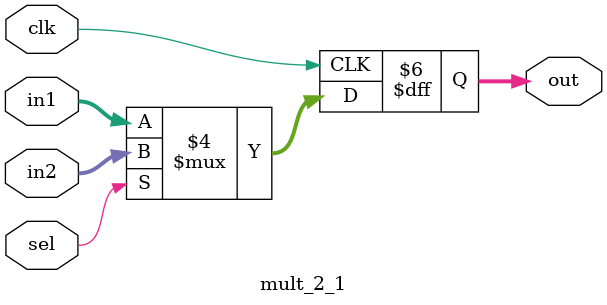
<source format=v>
module mult_2_1(
input [15:0] in1,
input [15:0] in2,
input sel,
input clk,
output reg [15:0] out);

always@(posedge clk)
begin
	if (sel==1)
		out <= in2;
	else
		out <= in1;
end
endmodule



</source>
